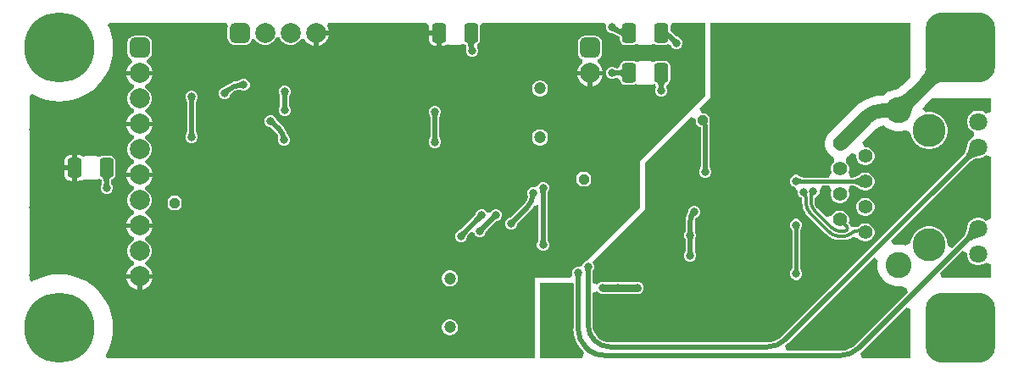
<source format=gtl>
G04*
G04 #@! TF.GenerationSoftware,Altium Limited,Altium Designer,22.11.1 (43)*
G04*
G04 Layer_Physical_Order=1*
G04 Layer_Color=255*
%FSLAX44Y44*%
%MOMM*%
G71*
G04*
G04 #@! TF.SameCoordinates,DE08DE9B-F6C2-4E1B-A14B-2B9FB2CCB798*
G04*
G04*
G04 #@! TF.FilePolarity,Positive*
G04*
G01*
G75*
%ADD10C,0.4000*%
%ADD22C,1.4000*%
%ADD28C,0.5000*%
%ADD29C,1.4000*%
%ADD30C,0.3000*%
G04:AMPARAMS|DCode=31|XSize=2mm|YSize=1.4mm|CornerRadius=0.35mm|HoleSize=0mm|Usage=FLASHONLY|Rotation=90.000|XOffset=0mm|YOffset=0mm|HoleType=Round|Shape=RoundedRectangle|*
%AMROUNDEDRECTD31*
21,1,2.0000,0.7000,0,0,90.0*
21,1,1.3000,1.4000,0,0,90.0*
1,1,0.7000,0.3500,0.6500*
1,1,0.7000,0.3500,-0.6500*
1,1,0.7000,-0.3500,-0.6500*
1,1,0.7000,-0.3500,0.6500*
%
%ADD31ROUNDEDRECTD31*%
%ADD32C,0.8000*%
G04:AMPARAMS|DCode=33|XSize=2mm|YSize=2mm|CornerRadius=0.5mm|HoleSize=0mm|Usage=FLASHONLY|Rotation=270.000|XOffset=0mm|YOffset=0mm|HoleType=Round|Shape=RoundedRectangle|*
%AMROUNDEDRECTD33*
21,1,2.0000,1.0000,0,0,270.0*
21,1,1.0000,2.0000,0,0,270.0*
1,1,1.0000,-0.5000,-0.5000*
1,1,1.0000,-0.5000,0.5000*
1,1,1.0000,0.5000,0.5000*
1,1,1.0000,0.5000,-0.5000*
%
%ADD33ROUNDEDRECTD33*%
%ADD34C,2.0000*%
%ADD35C,1.8000*%
%ADD36C,3.3000*%
%ADD37C,2.6000*%
%ADD38C,1.2000*%
G04:AMPARAMS|DCode=39|XSize=2mm|YSize=2mm|CornerRadius=0.5mm|HoleSize=0mm|Usage=FLASHONLY|Rotation=0.000|XOffset=0mm|YOffset=0mm|HoleType=Round|Shape=RoundedRectangle|*
%AMROUNDEDRECTD39*
21,1,2.0000,1.0000,0,0,0.0*
21,1,1.0000,2.0000,0,0,0.0*
1,1,1.0000,0.5000,-0.5000*
1,1,1.0000,-0.5000,-0.5000*
1,1,1.0000,-0.5000,0.5000*
1,1,1.0000,0.5000,0.5000*
%
%ADD39ROUNDEDRECTD39*%
G04:AMPARAMS|DCode=40|XSize=1mm|YSize=1mm|CornerRadius=0mm|HoleSize=0mm|Usage=FLASHONLY|Rotation=90.000|XOffset=0mm|YOffset=0mm|HoleType=Round|Shape=Octagon|*
%AMOCTAGOND40*
4,1,8,0.2500,0.5000,-0.2500,0.5000,-0.5000,0.2500,-0.5000,-0.2500,-0.2500,-0.5000,0.2500,-0.5000,0.5000,-0.2500,0.5000,0.2500,0.2500,0.5000,0.0*
%
%ADD40OCTAGOND40*%

%ADD41C,7.0000*%
G04:AMPARAMS|DCode=42|XSize=7mm|YSize=7mm|CornerRadius=1.75mm|HoleSize=0mm|Usage=FLASHONLY|Rotation=0.000|XOffset=0mm|YOffset=0mm|HoleType=Round|Shape=RoundedRectangle|*
%AMROUNDEDRECTD42*
21,1,7.0000,3.5000,0,0,0.0*
21,1,3.5000,7.0000,0,0,0.0*
1,1,3.5000,1.7500,-1.7500*
1,1,3.5000,-1.7500,-1.7500*
1,1,3.5000,-1.7500,1.7500*
1,1,3.5000,1.7500,1.7500*
%
%ADD42ROUNDEDRECTD42*%
G04:AMPARAMS|DCode=43|XSize=1mm|YSize=1mm|CornerRadius=0mm|HoleSize=0mm|Usage=FLASHONLY|Rotation=0.000|XOffset=0mm|YOffset=0mm|HoleType=Round|Shape=Octagon|*
%AMOCTAGOND43*
4,1,8,0.5000,-0.2500,0.5000,0.2500,0.2500,0.5000,-0.2500,0.5000,-0.5000,0.2500,-0.5000,-0.2500,-0.2500,-0.5000,0.2500,-0.5000,0.5000,-0.2500,0.0*
%
%ADD43OCTAGOND43*%

%ADD44C,0.8000*%
G36*
X605954Y351868D02*
X606164Y351474D01*
X606419Y351096D01*
X606720Y350735D01*
X607066Y350391D01*
X607458Y350063D01*
X607764Y349846D01*
X608274Y349678D01*
X609063Y349471D01*
X609758Y349347D01*
X610361Y349305D01*
X610872Y349346D01*
X611289Y349470D01*
X611614Y349677D01*
X611846Y349966D01*
X611985Y350338D01*
X612031Y350793D01*
Y340201D01*
X611983Y340699D01*
X611839Y341181D01*
X611600Y341646D01*
X611265Y342094D01*
X610834Y342526D01*
X610307Y342942D01*
X609684Y343341D01*
X608965Y343724D01*
X608151Y344091D01*
X607241Y344441D01*
X607293Y346339D01*
X606130Y344965D01*
X602261Y347009D01*
X605790Y352279D01*
X605954Y351868D01*
D02*
G37*
G36*
X658269Y345478D02*
X658503Y345365D01*
X658803Y345184D01*
X659169Y344932D01*
X660670Y343761D01*
X661303Y343232D01*
X657957Y339886D01*
X657951Y339837D01*
X657937Y339771D01*
X657919Y339720D01*
X657897Y339684D01*
X657870Y339664D01*
X657840Y339660D01*
X657806Y339670D01*
X657768Y339697D01*
X657957Y339886D01*
X657961Y339919D01*
X657967Y340016D01*
X657969Y340129D01*
Y345398D01*
X658002Y345494D01*
X658102Y345521D01*
X658269Y345478D01*
D02*
G37*
G36*
X663254Y341291D02*
X665025Y339747D01*
X665388Y339489D01*
X665718Y339281D01*
X666016Y339125D01*
X666282Y339021D01*
X666516Y338967D01*
X662033Y334484D01*
X661980Y334718D01*
X661875Y334984D01*
X661719Y335282D01*
X661511Y335612D01*
X661253Y335975D01*
X660583Y336796D01*
X659709Y337746D01*
X659196Y338269D01*
X662731Y341804D01*
X663254Y341291D01*
D02*
G37*
G36*
X465516Y335340D02*
X465093Y335178D01*
X464719Y334909D01*
X464396Y334531D01*
X464122Y334046D01*
X463898Y333452D01*
X463724Y332751D01*
X463677Y332447D01*
X463714Y332226D01*
X463835Y331715D01*
X463982Y331248D01*
X464157Y330825D01*
X464358Y330445D01*
X464585Y330109D01*
X464840Y329817D01*
X458546Y329017D01*
X458538Y330000D01*
X458500D01*
X458475Y331025D01*
X458400Y331942D01*
X458276Y332751D01*
X458102Y333452D01*
X457878Y334046D01*
X457604Y334531D01*
X457281Y334909D01*
X456908Y335178D01*
X456484Y335340D01*
X456012Y335394D01*
X465988D01*
X465516Y335340D01*
D02*
G37*
G36*
X935342Y295023D02*
X934242Y295798D01*
X932970Y296205D01*
X931528Y296242D01*
X929913Y295911D01*
X928128Y295211D01*
X926171Y294142D01*
X924042Y292705D01*
X921742Y290898D01*
X919271Y288723D01*
X916629Y286179D01*
X906468Y295817D01*
X909006Y298454D01*
X912961Y303199D01*
X914378Y305306D01*
X915420Y307237D01*
X916089Y308991D01*
X916384Y310569D01*
X916304Y311970D01*
X915851Y313194D01*
X915023Y314242D01*
X935342Y295023D01*
D02*
G37*
G36*
X216410Y355000D02*
X216450Y354976D01*
X218252Y352000D01*
X218180Y351827D01*
X217940Y350000D01*
Y340000D01*
X218180Y338173D01*
X218886Y336470D01*
X220008Y335008D01*
X221470Y333885D01*
X223173Y333180D01*
X225000Y332940D01*
X235000D01*
X236827Y333180D01*
X238530Y333885D01*
X239993Y335008D01*
X241115Y336470D01*
X241820Y338173D01*
X241857Y338457D01*
X244965Y339075D01*
X245798Y337632D01*
X248032Y335398D01*
X250768Y333818D01*
X253820Y333000D01*
X256980D01*
X260032Y333818D01*
X262768Y335398D01*
X265002Y337632D01*
X266534Y340285D01*
X266890Y340368D01*
X269310D01*
X269666Y340285D01*
X271198Y337632D01*
X273432Y335398D01*
X276168Y333818D01*
X279220Y333000D01*
X282380D01*
X285432Y333818D01*
X288168Y335398D01*
X290402Y337632D01*
X291258Y339114D01*
X291822Y339287D01*
X294608Y339078D01*
X295798Y337018D01*
X298218Y334598D01*
X301182Y332886D01*
X303700Y332211D01*
Y345000D01*
X306200D01*
Y347500D01*
X318989D01*
X318314Y350018D01*
X317170Y352000D01*
X318526Y355000D01*
X416667Y355000D01*
X417324Y354526D01*
X419010Y352000D01*
X418944Y351500D01*
Y347500D01*
X429000D01*
Y345000D01*
X431500D01*
Y331944D01*
X432500D01*
X434197Y332167D01*
X435778Y332822D01*
X438558Y333558D01*
X439220Y333116D01*
X440000Y332961D01*
X450000D01*
X450780Y333116D01*
X451442Y333558D01*
X454254Y333776D01*
X454833Y333667D01*
X455354Y333319D01*
X456021Y333186D01*
X456025Y333180D01*
X456152Y332844D01*
X456275Y332350D01*
X456374Y331704D01*
X456412Y331238D01*
Y329414D01*
X456442Y329261D01*
X456000Y328194D01*
Y325807D01*
X456913Y323601D01*
X458601Y321913D01*
X460807Y321000D01*
X463194D01*
X465399Y321913D01*
X467086Y323601D01*
X468000Y325807D01*
Y328194D01*
X467086Y330399D01*
X466985Y331074D01*
X467191Y333235D01*
X467263Y333419D01*
X467507Y333894D01*
X468465Y334535D01*
X469681Y336354D01*
X470108Y338500D01*
Y351500D01*
X470008Y352000D01*
X472110Y355000D01*
X593915D01*
X596000Y352193D01*
Y349807D01*
X596913Y347601D01*
X598601Y345914D01*
X600807Y345000D01*
X601698D01*
X605177Y343162D01*
X605335Y343115D01*
X606878Y342290D01*
X607816Y342006D01*
X608067Y341893D01*
X608652Y341581D01*
X609122Y341279D01*
X609475Y341001D01*
X609718Y340757D01*
X609865Y340561D01*
X609892Y340508D01*
Y338500D01*
X610319Y336354D01*
X611535Y334535D01*
X613354Y333319D01*
X615500Y332892D01*
X622500D01*
X624646Y333319D01*
X625167Y333667D01*
X625746Y333776D01*
X628558Y333558D01*
X629220Y333116D01*
X630000Y332961D01*
X640000D01*
X640780Y333116D01*
X641442Y333558D01*
X644254Y333776D01*
X644833Y333667D01*
X645354Y333319D01*
X647500Y332892D01*
X654500D01*
X656646Y333319D01*
X657081Y333610D01*
X657445Y333634D01*
X660478Y332603D01*
X660512Y332569D01*
X660913Y331601D01*
X662601Y329913D01*
X664807Y329000D01*
X667194D01*
X669399Y329913D01*
X671087Y331601D01*
X672000Y333806D01*
Y336194D01*
X671087Y338399D01*
X669399Y340087D01*
X667194Y341000D01*
X666832D01*
X666734Y341051D01*
X666522Y341184D01*
X666290Y341350D01*
X665113Y342376D01*
X662780Y344709D01*
X662780Y344709D01*
X662780Y344709D01*
X662713Y344754D01*
X660251Y346774D01*
X660108Y346851D01*
Y351500D01*
X660008Y352000D01*
X662110Y355000D01*
X695000D01*
X695000Y282000D01*
X630000Y217000D01*
Y170000D01*
X577000Y117000D01*
X576807D01*
X574601Y116087D01*
X572914Y114399D01*
X572022Y112247D01*
X569331Y110943D01*
X569193Y111000D01*
X566807D01*
X564601Y110086D01*
X562914Y108399D01*
X562000Y106194D01*
Y103806D01*
X562529Y102529D01*
X560000Y100000D01*
X525000D01*
Y20000D01*
X97481D01*
X96066Y22646D01*
X96432Y23193D01*
X99534Y29483D01*
X101788Y36123D01*
X103156Y43002D01*
X103615Y50000D01*
X103156Y56998D01*
X101788Y63877D01*
X99534Y70518D01*
X96432Y76807D01*
X92535Y82639D01*
X87911Y87911D01*
X82639Y92535D01*
X76807Y96432D01*
X70518Y99534D01*
X63877Y101788D01*
X56998Y103156D01*
X50000Y103615D01*
X43002Y103156D01*
X36123Y101788D01*
X29483Y99534D01*
X23193Y96432D01*
X22646Y96066D01*
X20000Y97481D01*
Y282519D01*
X22646Y283934D01*
X23193Y283568D01*
X29483Y280466D01*
X36123Y278212D01*
X43002Y276844D01*
X50000Y276385D01*
X56998Y276844D01*
X63877Y278212D01*
X70518Y280466D01*
X76807Y283568D01*
X82639Y287465D01*
X87911Y292089D01*
X92535Y297361D01*
X96432Y303193D01*
X99534Y309482D01*
X101788Y316124D01*
X103156Y323002D01*
X103615Y330000D01*
X103156Y336998D01*
X101788Y343876D01*
X99534Y350518D01*
X98579Y352452D01*
X100164Y355000D01*
X216410D01*
D02*
G37*
G36*
X909888Y279439D02*
X908304Y277808D01*
X904465Y273269D01*
X903490Y271873D01*
X902666Y270536D01*
X901994Y269257D01*
X901475Y268037D01*
X901107Y266876D01*
X900891Y265773D01*
X886323Y280341D01*
X887426Y280557D01*
X888587Y280925D01*
X889807Y281444D01*
X891086Y282116D01*
X892423Y282940D01*
X893819Y283915D01*
X896786Y286323D01*
X898358Y287754D01*
X899989Y289338D01*
X909888Y279439D01*
D02*
G37*
G36*
X900000Y300766D02*
X894151Y294917D01*
X892829Y293633D01*
X891523Y292443D01*
X888960Y290364D01*
X887992Y289687D01*
X887089Y289131D01*
X886344Y288740D01*
X885782Y288500D01*
X885428Y288388D01*
X884775Y288260D01*
X884511Y288172D01*
X884235Y288136D01*
X884128Y288091D01*
X881874Y287643D01*
X878053Y286060D01*
X874613Y283762D01*
X874612Y283761D01*
X873121Y282575D01*
X866782Y282076D01*
X860598Y280592D01*
X854723Y278158D01*
X849301Y274835D01*
X844466Y270706D01*
X844503Y270668D01*
X818942Y245108D01*
X818472Y244536D01*
X817949Y244012D01*
X817537Y243396D01*
X817068Y242824D01*
X816719Y242171D01*
X816307Y241555D01*
X816024Y240871D01*
X815675Y240218D01*
X815460Y239509D01*
X815176Y238825D01*
X815032Y238099D01*
X814817Y237390D01*
X814744Y236654D01*
X814600Y235927D01*
Y235187D01*
X814527Y234450D01*
X814600Y233713D01*
Y232973D01*
X814744Y232246D01*
X814817Y231509D01*
X815032Y230801D01*
X815176Y230075D01*
X815460Y229391D01*
X815675Y228682D01*
X816024Y228029D01*
X816307Y227345D01*
X816719Y226729D01*
X817068Y226076D01*
X817537Y225504D01*
X817949Y224888D01*
X818472Y224364D01*
X818942Y223792D01*
X819514Y223322D01*
X820038Y222799D01*
X820654Y222387D01*
X821226Y221918D01*
X821879Y221569D01*
X822495Y221157D01*
X822539Y221139D01*
X823469Y218189D01*
X823549Y217445D01*
X823423Y216076D01*
X823253Y215431D01*
X822398Y214576D01*
X821213Y212524D01*
X820600Y210235D01*
Y207865D01*
X821213Y205576D01*
X821299Y205428D01*
X818958Y200659D01*
X818680Y200428D01*
X792907D01*
X792725Y200443D01*
X792265Y200506D01*
X791845Y200592D01*
X791464Y200697D01*
X791121Y200821D01*
X790813Y200961D01*
X790536Y201116D01*
X790287Y201286D01*
X789988Y201533D01*
X789910Y201575D01*
X789399Y202087D01*
X787194Y203000D01*
X784807D01*
X782601Y202087D01*
X780913Y200399D01*
X780000Y198193D01*
Y195807D01*
X780913Y193601D01*
X782601Y191914D01*
X783516Y191534D01*
X784526Y191044D01*
X785737Y189159D01*
X787000Y186661D01*
X787000Y184806D01*
X787913Y182601D01*
X789601Y180914D01*
X791306Y180207D01*
X791995Y175492D01*
X792369Y171699D01*
X792655Y170756D01*
X793475Y168051D01*
X794807Y165559D01*
X795272Y164690D01*
X797690Y161743D01*
X797708Y161761D01*
X815442Y144027D01*
X815442Y144024D01*
X815422Y144003D01*
X818590Y141403D01*
X819218Y141067D01*
X822219Y139463D01*
X825475Y138476D01*
X826157Y138269D01*
X827707Y138116D01*
X828024Y138017D01*
X828025Y138017D01*
X828240Y137994D01*
X830236Y137866D01*
X834166Y137868D01*
X837152Y138261D01*
X838543Y138837D01*
X839935Y139413D01*
X841773Y140824D01*
X842778Y141084D01*
X843335Y141099D01*
X847798Y140024D01*
X849474Y138348D01*
X851526Y137163D01*
X853815Y136550D01*
X856185D01*
X858474Y137163D01*
X860526Y138348D01*
X862202Y140024D01*
X863387Y142076D01*
X864000Y144365D01*
Y146735D01*
X863387Y149024D01*
X862202Y151076D01*
X860526Y152752D01*
X858474Y153937D01*
X856185Y154550D01*
X853815D01*
X851526Y153937D01*
X849474Y152752D01*
X847901Y151179D01*
X845568Y150640D01*
X845531Y150632D01*
X845238Y150603D01*
X841198Y151078D01*
X839818Y152745D01*
X838891Y153954D01*
X838785Y154111D01*
X838265Y154632D01*
X838094Y154848D01*
X838031Y154940D01*
X838600Y157065D01*
Y159435D01*
X837987Y161724D01*
X836802Y163776D01*
X835126Y165452D01*
X833074Y166637D01*
X830785Y167250D01*
X828415D01*
X826126Y166637D01*
X824074Y165452D01*
X822398Y163776D01*
X821494Y162210D01*
X820398Y161590D01*
X815799Y160835D01*
X807128Y169506D01*
X807054Y169555D01*
X805491Y171592D01*
X804475Y174044D01*
X804326Y175175D01*
X804193Y180119D01*
X806399Y181033D01*
X808086Y182721D01*
X809000Y184926D01*
Y187272D01*
X809000Y187313D01*
X811810Y192174D01*
X811946Y192272D01*
X818680D01*
X818957Y192041D01*
X821299Y187272D01*
X821213Y187124D01*
X820600Y184835D01*
Y182465D01*
X821213Y180176D01*
X822398Y178124D01*
X824074Y176448D01*
X826126Y175263D01*
X828415Y174650D01*
X830785D01*
X833074Y175263D01*
X835126Y176448D01*
X836802Y178124D01*
X837987Y180176D01*
X838600Y182465D01*
Y184835D01*
X837987Y187124D01*
X837901Y187272D01*
X840242Y192041D01*
X840520Y192272D01*
X842176D01*
X842916Y192190D01*
X843726Y192039D01*
X844536Y191828D01*
X845350Y191553D01*
X846167Y191215D01*
X846989Y190810D01*
X847817Y190338D01*
X848649Y189797D01*
X849300Y189322D01*
X849474Y189148D01*
X851526Y187963D01*
X853815Y187350D01*
X856185D01*
X858474Y187963D01*
X860526Y189148D01*
X862202Y190824D01*
X863387Y192876D01*
X864000Y195165D01*
Y197535D01*
X863387Y199824D01*
X862202Y201876D01*
X860526Y203552D01*
X858474Y204737D01*
X856185Y205350D01*
X853815D01*
X851526Y204737D01*
X849474Y203552D01*
X849300Y203377D01*
X848649Y202903D01*
X847816Y202362D01*
X846990Y201890D01*
X846167Y201486D01*
X845350Y201147D01*
X844536Y200872D01*
X843726Y200661D01*
X842916Y200510D01*
X842176Y200428D01*
X840519D01*
X840242Y200659D01*
X837901Y205428D01*
X837987Y205576D01*
X838600Y207865D01*
Y210235D01*
X837987Y212524D01*
X836802Y214576D01*
X835947Y215431D01*
X835777Y216076D01*
X835651Y217445D01*
X835731Y218189D01*
X836661Y221139D01*
X836705Y221157D01*
X837321Y221569D01*
X837974Y221918D01*
X838546Y222387D01*
X839162Y222799D01*
X839686Y223322D01*
X840258Y223792D01*
X841345Y224879D01*
X844850Y223415D01*
X846000Y222463D01*
Y220565D01*
X846613Y218276D01*
X847798Y216224D01*
X849474Y214548D01*
X851526Y213363D01*
X853815Y212750D01*
X856185D01*
X858474Y213363D01*
X860526Y214548D01*
X862202Y216224D01*
X863387Y218276D01*
X864000Y220565D01*
Y222935D01*
X863387Y225224D01*
X862202Y227276D01*
X860526Y228952D01*
X858474Y230137D01*
X856185Y230750D01*
X854287D01*
X853335Y231900D01*
X851871Y235406D01*
X865818Y249353D01*
X865913Y249468D01*
X867940Y251024D01*
X870439Y252059D01*
X872972Y252392D01*
X873121Y252377D01*
X873374D01*
X874613Y251138D01*
X878053Y248840D01*
X881874Y247257D01*
X885932Y246450D01*
X890068D01*
X894126Y247257D01*
X895000Y247619D01*
X897950Y246267D01*
X900161Y244521D01*
X900711Y241754D01*
X902105Y238387D01*
X904130Y235357D01*
X906707Y232780D01*
X909737Y230756D01*
X913104Y229361D01*
X916678Y228650D01*
X920322D01*
X923896Y229361D01*
X927263Y230756D01*
X930293Y232780D01*
X932870Y235357D01*
X934894Y238387D01*
X936289Y241754D01*
X937000Y245328D01*
Y248972D01*
X936289Y252546D01*
X934894Y255913D01*
X932870Y258943D01*
X930293Y261520D01*
X927263Y263545D01*
X923896Y264939D01*
X920322Y265650D01*
X916678D01*
X914828Y265282D01*
X914826Y265284D01*
X912137Y269845D01*
X914286Y272385D01*
X915467Y273601D01*
X921866Y280000D01*
X980000D01*
Y266198D01*
X975000Y264356D01*
X974254Y265102D01*
X971746Y266550D01*
X968948Y267300D01*
X966052D01*
X963254Y266550D01*
X960746Y265102D01*
X958698Y263054D01*
X957250Y260546D01*
X956500Y257748D01*
Y254852D01*
X957250Y252054D01*
X958698Y249546D01*
X960746Y247498D01*
X962926Y246239D01*
X963254Y244499D01*
Y242701D01*
X962926Y240961D01*
X960746Y239702D01*
X958698Y237654D01*
X957250Y235146D01*
X956500Y232348D01*
Y231987D01*
X956339Y230954D01*
X956065Y229653D01*
X955732Y228421D01*
X955342Y227259D01*
X954894Y226164D01*
X954390Y225134D01*
X953830Y224169D01*
X953214Y223265D01*
X952581Y222469D01*
X771795Y41684D01*
X771678Y41508D01*
X768676Y39044D01*
X765067Y37115D01*
X761151Y35928D01*
X757286Y35547D01*
X757079Y35588D01*
X600000D01*
X599848Y35558D01*
X596594Y35878D01*
X593320Y36872D01*
X590301Y38485D01*
X587656Y40656D01*
X585485Y43301D01*
X583872Y46319D01*
X582878Y49594D01*
X582558Y52848D01*
X582588Y53000D01*
Y85185D01*
X586663Y86381D01*
X587588Y86427D01*
X587840Y86175D01*
X588174Y85674D01*
X588675Y85339D01*
X589101Y84913D01*
X589658Y84683D01*
X590159Y84348D01*
X590750Y84231D01*
X591307Y84000D01*
X591909D01*
X592500Y83883D01*
X627500D01*
X628091Y84000D01*
X628694D01*
X629250Y84231D01*
X629841Y84348D01*
X630342Y84683D01*
X630899Y84913D01*
X631325Y85339D01*
X631826Y85674D01*
X632160Y86175D01*
X632587Y86601D01*
X632817Y87158D01*
X633152Y87659D01*
X633270Y88250D01*
X633500Y88806D01*
Y89409D01*
X633618Y90000D01*
X633500Y90591D01*
Y91194D01*
X633270Y91750D01*
X633152Y92341D01*
X632817Y92842D01*
X632587Y93399D01*
X632160Y93825D01*
X631826Y94326D01*
X631325Y94661D01*
X630899Y95087D01*
X630342Y95317D01*
X629841Y95652D01*
X629250Y95769D01*
X628694Y96000D01*
X628091D01*
X627500Y96117D01*
X592500D01*
X591909Y96000D01*
X591307D01*
X590750Y95769D01*
X590159Y95652D01*
X589658Y95317D01*
X589101Y95087D01*
X588675Y94661D01*
X588174Y94326D01*
X587840Y93825D01*
X587588Y93573D01*
X586663Y93619D01*
X582588Y94815D01*
Y105586D01*
X582595Y105755D01*
X582690Y106683D01*
X582742Y106996D01*
X582798Y107240D01*
X582831Y107346D01*
X583087Y107601D01*
X584000Y109806D01*
Y112193D01*
X583087Y114399D01*
X582240Y115245D01*
X634762Y168886D01*
X634762Y215000D01*
X680681Y260918D01*
X685681Y258847D01*
Y254064D01*
X689181Y250564D01*
X690354D01*
X690412Y250477D01*
Y211414D01*
X690405Y211245D01*
X690311Y210317D01*
X690258Y210004D01*
X690202Y209760D01*
X690169Y209654D01*
X689913Y209399D01*
X689000Y207194D01*
Y204806D01*
X689913Y202601D01*
X691601Y200914D01*
X693807Y200000D01*
X696193D01*
X698399Y200914D01*
X700087Y202601D01*
X701000Y204806D01*
Y207194D01*
X700087Y209399D01*
X699831Y209654D01*
X699798Y209760D01*
X699742Y210004D01*
X699695Y210285D01*
X699588Y211843D01*
Y252135D01*
X699284Y253667D01*
X699681Y254064D01*
Y261064D01*
X696181Y264564D01*
X691397D01*
X689326Y269564D01*
X699762Y280000D01*
X700000Y355000D01*
X900000D01*
Y300766D01*
D02*
G37*
G36*
X968661Y221975D02*
X967187Y221746D01*
X965777Y221449D01*
X964430Y221085D01*
X963147Y220654D01*
X961928Y220155D01*
X960773Y219590D01*
X959682Y218957D01*
X958654Y218257D01*
X957690Y217489D01*
X956790Y216655D01*
X953255Y220190D01*
X954089Y221090D01*
X954857Y222054D01*
X955557Y223082D01*
X956190Y224173D01*
X956755Y225329D01*
X957254Y226547D01*
X957685Y227830D01*
X958049Y229177D01*
X958346Y230587D01*
X958575Y232061D01*
X968661Y221975D01*
D02*
G37*
G36*
X697507Y212389D02*
X697667Y210046D01*
X697741Y209607D01*
X697828Y209227D01*
X697929Y208906D01*
X698042Y208643D01*
X698170Y208440D01*
X691830D01*
X691958Y208643D01*
X692072Y208906D01*
X692172Y209227D01*
X692259Y209607D01*
X692333Y210046D01*
X692440Y211100D01*
X692493Y212389D01*
X692500Y213123D01*
X697500D01*
X697507Y212389D01*
D02*
G37*
G36*
X789059Y199655D02*
X789460Y199381D01*
X789891Y199140D01*
X790353Y198930D01*
X790845Y198753D01*
X791368Y198608D01*
X791922Y198495D01*
X792506Y198414D01*
X793120Y198366D01*
X793765Y198350D01*
X792996Y194350D01*
X792277Y194343D01*
X789926Y194173D01*
X789470Y194095D01*
X789067Y194003D01*
X788716Y193896D01*
X788418Y193776D01*
X788172Y193641D01*
X788689Y199961D01*
X789059Y199655D01*
D02*
G37*
G36*
X850730Y190803D02*
X849806Y191477D01*
X848878Y192080D01*
X847945Y192612D01*
X847008Y193073D01*
X846067Y193463D01*
X845121Y193783D01*
X844170Y194031D01*
X843215Y194208D01*
X842256Y194314D01*
X841292Y194350D01*
Y198350D01*
X842256Y198386D01*
X843215Y198492D01*
X844170Y198669D01*
X845121Y198918D01*
X846067Y199237D01*
X847008Y199627D01*
X847945Y200088D01*
X848878Y200620D01*
X849806Y201223D01*
X850730Y201897D01*
Y190803D01*
D02*
G37*
G36*
X803143Y182122D02*
X802943Y182101D01*
X802764Y182051D01*
X802606Y181974D01*
X802468Y181868D01*
X802352Y181735D01*
X802258Y181574D01*
X802184Y181385D01*
X802131Y181168D01*
X802099Y180923D01*
X802089Y180650D01*
X799089D01*
X799561Y184077D01*
X803143Y182122D01*
D02*
G37*
G36*
X796638Y184298D02*
X796632Y184164D01*
X796638Y183977D01*
X796686Y183443D01*
X797013Y181174D01*
X794089Y180228D01*
X794073Y180532D01*
X794024Y180809D01*
X793943Y181059D01*
X793830Y181281D01*
X793684Y181476D01*
X793507Y181642D01*
X793296Y181782D01*
X793054Y181894D01*
X792779Y181978D01*
X792472Y182035D01*
X796656Y184378D01*
X796638Y184298D01*
D02*
G37*
G36*
X980000Y221002D02*
Y158998D01*
X975000Y157156D01*
X974254Y157902D01*
X971746Y159350D01*
X968948Y160100D01*
X966052D01*
X963254Y159350D01*
X960746Y157902D01*
X958698Y155854D01*
X957250Y153346D01*
X956500Y150548D01*
Y150188D01*
X956339Y149154D01*
X956065Y147853D01*
X955732Y146621D01*
X955342Y145459D01*
X954894Y144364D01*
X954390Y143334D01*
X953830Y142369D01*
X953214Y141465D01*
X952581Y140669D01*
X941889Y129978D01*
X939720Y130443D01*
X937000Y132160D01*
Y134672D01*
X936289Y138246D01*
X934894Y141613D01*
X932870Y144643D01*
X930293Y147220D01*
X927263Y149244D01*
X923896Y150639D01*
X920322Y151350D01*
X916678D01*
X913104Y150639D01*
X909737Y149244D01*
X906707Y147220D01*
X904130Y144643D01*
X902105Y141613D01*
X900711Y138246D01*
X900161Y135479D01*
X897950Y133733D01*
X895000Y132381D01*
X894126Y132743D01*
X890068Y133550D01*
X885932D01*
X883158Y132998D01*
X880520Y137139D01*
X880451Y137362D01*
X959069Y215981D01*
X959865Y216614D01*
X960769Y217230D01*
X961734Y217790D01*
X962764Y218294D01*
X963859Y218742D01*
X965022Y219132D01*
X966253Y219465D01*
X967554Y219739D01*
X968587Y219900D01*
X968948D01*
X971746Y220650D01*
X974254Y222098D01*
X975000Y222844D01*
X980000Y221002D01*
D02*
G37*
G36*
X835896Y155131D02*
X835880Y154926D01*
X835907Y154703D01*
X835978Y154463D01*
X836092Y154205D01*
X836251Y153929D01*
X836453Y153636D01*
X836699Y153324D01*
X836989Y152995D01*
X837323Y152649D01*
X835201Y150527D01*
X834855Y150861D01*
X834214Y151397D01*
X833921Y151599D01*
X833645Y151758D01*
X833387Y151872D01*
X833147Y151943D01*
X832924Y151971D01*
X832719Y151954D01*
X832532Y151894D01*
X835956Y155318D01*
X835896Y155131D01*
D02*
G37*
G36*
X848015Y145100D02*
X847981Y145275D01*
X847907Y145421D01*
X847791Y145538D01*
X847634Y145626D01*
X847435Y145684D01*
X847195Y145713D01*
X846914Y145712D01*
X846591Y145683D01*
X846226Y145624D01*
X845820Y145536D01*
X845754Y148590D01*
X849135Y149372D01*
X848015Y145100D01*
D02*
G37*
G36*
X968661Y140175D02*
X967187Y139946D01*
X965777Y139649D01*
X964430Y139285D01*
X963147Y138854D01*
X961928Y138355D01*
X960773Y137790D01*
X959682Y137157D01*
X958654Y136457D01*
X957690Y135689D01*
X956790Y134855D01*
X953255Y138390D01*
X954089Y139290D01*
X954857Y140254D01*
X955557Y141282D01*
X956190Y142373D01*
X956755Y143528D01*
X957254Y144747D01*
X957685Y146030D01*
X958049Y147377D01*
X958346Y148787D01*
X958575Y150261D01*
X968661Y140175D01*
D02*
G37*
G36*
X581042Y108357D02*
X580929Y108094D01*
X580828Y107773D01*
X580741Y107393D01*
X580667Y106954D01*
X580560Y105900D01*
X580507Y104611D01*
X580500Y103877D01*
X575500D01*
X575493Y104611D01*
X575333Y106954D01*
X575259Y107393D01*
X575172Y107773D01*
X575071Y108094D01*
X574958Y108357D01*
X574830Y108560D01*
X581170D01*
X581042Y108357D01*
D02*
G37*
G36*
X955016Y125702D02*
X956500Y124540D01*
Y122252D01*
X957250Y119454D01*
X958698Y116946D01*
X960746Y114898D01*
X963254Y113450D01*
X966052Y112700D01*
X968948D01*
X971746Y113450D01*
X974254Y114898D01*
X975000Y115644D01*
X980000Y113802D01*
Y100000D01*
X931422D01*
X929508Y104619D01*
X951795Y126906D01*
X955016Y125702D01*
D02*
G37*
G36*
X571042Y102357D02*
X570929Y102094D01*
X570828Y101773D01*
X570741Y101393D01*
X570667Y100954D01*
X570560Y99900D01*
X570507Y98611D01*
X570500Y97878D01*
X565500D01*
X565493Y98611D01*
X565333Y100954D01*
X565259Y101393D01*
X565172Y101773D01*
X565071Y102094D01*
X564958Y102357D01*
X564830Y102560D01*
X571170D01*
X571042Y102357D01*
D02*
G37*
G36*
X863411Y120030D02*
X867552Y117392D01*
X867000Y114618D01*
Y110482D01*
X867807Y106425D01*
X869390Y102603D01*
X871688Y99163D01*
X874613Y96238D01*
X878053Y93940D01*
X881874Y92357D01*
X885932Y91550D01*
X890068D01*
X891835Y91901D01*
X896373Y88983D01*
X896942Y88128D01*
X897217Y85306D01*
X845095Y33184D01*
X844978Y33008D01*
X841976Y30544D01*
X838367Y28615D01*
X834451Y27427D01*
X830586Y27047D01*
X830379Y27088D01*
X776041D01*
X774631Y32088D01*
X774708Y32136D01*
X778287Y35192D01*
X778284Y35195D01*
X863188Y120099D01*
X863411Y120030D01*
D02*
G37*
G36*
X900000Y68579D02*
Y20000D01*
X851450D01*
X849606Y25000D01*
X851587Y26692D01*
X851584Y26695D01*
X895381Y70492D01*
X900000Y68579D01*
D02*
G37*
G36*
X562417Y95000D02*
X563412Y94594D01*
Y48993D01*
X563408D01*
X563777Y44301D01*
X563811Y44158D01*
X564876Y39725D01*
X566677Y35376D01*
X569059Y31489D01*
X569136Y31363D01*
X572192Y27785D01*
X574200Y24540D01*
X572034Y20000D01*
X530000D01*
Y95000D01*
X562417D01*
D02*
G37*
%LPC*%
G36*
X318989Y342500D02*
X308700D01*
Y332211D01*
X311218Y332886D01*
X314182Y334598D01*
X316603Y337018D01*
X318314Y339982D01*
X318989Y342500D01*
D02*
G37*
G36*
X426500Y342500D02*
X418944D01*
Y338500D01*
X419167Y336803D01*
X419822Y335222D01*
X420864Y333864D01*
X422222Y332822D01*
X423803Y332167D01*
X425500Y331944D01*
X426500D01*
Y342500D01*
D02*
G37*
G36*
X654500Y317108D02*
X647500D01*
X645354Y316681D01*
X644833Y316333D01*
X644254Y316224D01*
X641442Y316442D01*
X640780Y316884D01*
X640000Y317039D01*
X630000D01*
X629220Y316884D01*
X628558Y316442D01*
X625746Y316224D01*
X625167Y316333D01*
X624646Y316681D01*
X622500Y317108D01*
X615500D01*
X613354Y316681D01*
X611535Y315465D01*
X610319Y313646D01*
X609892Y311500D01*
Y310881D01*
X607627Y309781D01*
X607041Y309616D01*
X606317Y309690D01*
X606004Y309742D01*
X605760Y309798D01*
X605654Y309831D01*
X605399Y310087D01*
X603194Y311000D01*
X600807D01*
X598601Y310087D01*
X596913Y308399D01*
X596000Y306194D01*
Y303806D01*
X596913Y301601D01*
X598601Y299913D01*
X600807Y299000D01*
X603194D01*
X605399Y299913D01*
X605654Y300169D01*
X605760Y300202D01*
X606004Y300258D01*
X606285Y300305D01*
X607030Y300356D01*
X609892Y298500D01*
X610319Y296354D01*
X611535Y294535D01*
X613354Y293319D01*
X615500Y292892D01*
X622500D01*
X624646Y293319D01*
X625167Y293667D01*
X625746Y293776D01*
X628558Y293558D01*
X629220Y293116D01*
X630000Y292961D01*
X640000D01*
X640780Y293116D01*
X641442Y293558D01*
X644254Y293776D01*
X644833Y293667D01*
X645354Y293319D01*
X645364Y293286D01*
X645913Y290399D01*
X645000Y288193D01*
Y285807D01*
X645913Y283601D01*
X647601Y281914D01*
X649807Y281000D01*
X652194D01*
X654399Y281914D01*
X656087Y283601D01*
X657000Y285807D01*
Y288193D01*
X656087Y290399D01*
X656636Y293286D01*
X656646Y293319D01*
X658465Y294535D01*
X659681Y296354D01*
X660108Y298500D01*
Y311500D01*
X659681Y313646D01*
X658465Y315465D01*
X656646Y316681D01*
X654500Y317108D01*
D02*
G37*
G36*
X585000Y342060D02*
X575000D01*
X573173Y341820D01*
X571470Y341115D01*
X570008Y339992D01*
X568885Y338530D01*
X568180Y336827D01*
X567940Y335000D01*
Y325000D01*
X568180Y323173D01*
X568885Y321470D01*
X570008Y320008D01*
X571470Y318885D01*
X572211Y318578D01*
X572665Y315754D01*
X572575Y315324D01*
X572018Y315003D01*
X569597Y312582D01*
X567886Y309618D01*
X567211Y307100D01*
X580000D01*
X592789D01*
X592114Y309618D01*
X590403Y312582D01*
X587982Y315003D01*
X587425Y315324D01*
X587335Y315754D01*
X587789Y318578D01*
X588530Y318885D01*
X589992Y320008D01*
X591115Y321470D01*
X591820Y323173D01*
X592060Y325000D01*
Y335000D01*
X591820Y336827D01*
X591115Y338530D01*
X589992Y339992D01*
X588530Y341115D01*
X586827Y341820D01*
X585000Y342060D01*
D02*
G37*
G36*
X135000D02*
X125000D01*
X123173Y341820D01*
X121470Y341115D01*
X120007Y339992D01*
X118885Y338530D01*
X118180Y336827D01*
X117940Y335000D01*
Y325000D01*
X118180Y323173D01*
X118885Y321470D01*
X120007Y320008D01*
X121470Y318885D01*
X122211Y318578D01*
X122665Y315754D01*
X122576Y315324D01*
X122018Y315003D01*
X119597Y312582D01*
X117886Y309618D01*
X117211Y307100D01*
X130000D01*
X142789D01*
X142114Y309618D01*
X140403Y312582D01*
X137982Y315003D01*
X137424Y315324D01*
X137335Y315754D01*
X137789Y318578D01*
X138530Y318885D01*
X139993Y320008D01*
X141115Y321470D01*
X141820Y323173D01*
X142060Y325000D01*
Y335000D01*
X141820Y336827D01*
X141115Y338530D01*
X139993Y339992D01*
X138530Y341115D01*
X136827Y341820D01*
X135000Y342060D01*
D02*
G37*
G36*
X592789Y302100D02*
X582500D01*
Y291811D01*
X585018Y292486D01*
X587982Y294197D01*
X590403Y296618D01*
X592114Y299582D01*
X592789Y302100D01*
D02*
G37*
G36*
X577500D02*
X567211D01*
X567886Y299582D01*
X569597Y296618D01*
X572018Y294197D01*
X574982Y292486D01*
X577500Y291811D01*
Y302100D01*
D02*
G37*
G36*
X235194Y299000D02*
X232806D01*
X230601Y298087D01*
X230171Y297656D01*
X226324Y296661D01*
X226161Y296583D01*
X224253Y296124D01*
X219905Y294324D01*
X218098Y293217D01*
X218098Y293216D01*
X217979Y293143D01*
X217923Y293109D01*
X217733Y293038D01*
X217036Y292606D01*
X214391Y291000D01*
X213806D01*
X211601Y290086D01*
X209913Y288399D01*
X209000Y286194D01*
Y283806D01*
X209913Y281601D01*
X211601Y279913D01*
X213806Y279000D01*
X216194D01*
X218399Y279913D01*
X220087Y281601D01*
X221000Y283806D01*
Y283834D01*
X221091Y283986D01*
X221248Y284200D01*
X221454Y284434D01*
X221711Y284683D01*
X222001Y284926D01*
X222426Y285224D01*
X225533Y286885D01*
X228887Y287902D01*
X229128Y287941D01*
X229533Y287980D01*
X229891Y287990D01*
X230201Y287974D01*
X230465Y287937D01*
X230655Y287891D01*
X231064Y287722D01*
X231125Y287692D01*
X231158Y287683D01*
X232806Y287000D01*
X235194D01*
X237399Y287913D01*
X239086Y289601D01*
X240000Y291807D01*
Y294193D01*
X239086Y296399D01*
X237399Y298087D01*
X235194Y299000D01*
D02*
G37*
G36*
X531053Y297400D02*
X528947D01*
X526912Y296855D01*
X525088Y295802D01*
X523598Y294312D01*
X522545Y292488D01*
X522000Y290453D01*
Y288347D01*
X522545Y286312D01*
X523598Y284488D01*
X525088Y282998D01*
X526912Y281945D01*
X528947Y281400D01*
X531053D01*
X533088Y281945D01*
X534912Y282998D01*
X536402Y284488D01*
X537455Y286312D01*
X538000Y288347D01*
Y290453D01*
X537455Y292488D01*
X536402Y294312D01*
X534912Y295802D01*
X533088Y296855D01*
X531053Y297400D01*
D02*
G37*
G36*
X276194Y292000D02*
X273807D01*
X271601Y291087D01*
X269914Y289399D01*
X269000Y287194D01*
Y284806D01*
X269914Y282601D01*
X270169Y282346D01*
X270202Y282240D01*
X270258Y281996D01*
X270305Y281715D01*
X270412Y280157D01*
Y272914D01*
X270405Y272745D01*
X270311Y271817D01*
X270258Y271504D01*
X270202Y271260D01*
X270169Y271154D01*
X269914Y270899D01*
X269000Y268694D01*
Y266307D01*
X269914Y264101D01*
X271601Y262414D01*
X273807Y261500D01*
X276194D01*
X278399Y262414D01*
X280087Y264101D01*
X281000Y266307D01*
Y268694D01*
X280087Y270899D01*
X279831Y271154D01*
X279798Y271260D01*
X279742Y271504D01*
X279695Y271785D01*
X279588Y273343D01*
Y280586D01*
X279595Y280755D01*
X279690Y281683D01*
X279742Y281996D01*
X279798Y282240D01*
X279831Y282346D01*
X280087Y282601D01*
X281000Y284806D01*
Y287194D01*
X280087Y289399D01*
X278399Y291087D01*
X276194Y292000D01*
D02*
G37*
G36*
X142789Y302100D02*
X130000D01*
X117211D01*
X117886Y299582D01*
X119597Y296618D01*
X122018Y294197D01*
X124078Y293008D01*
X124287Y290222D01*
X124114Y289658D01*
X122632Y288802D01*
X120398Y286568D01*
X118818Y283832D01*
X118000Y280780D01*
Y277620D01*
X118818Y274568D01*
X120398Y271832D01*
X122632Y269598D01*
X124114Y268742D01*
X124287Y268178D01*
X124078Y265392D01*
X122018Y264203D01*
X119597Y261782D01*
X117886Y258818D01*
X117211Y256300D01*
X130000D01*
X142789D01*
X142114Y258818D01*
X140403Y261782D01*
X137982Y264203D01*
X135922Y265392D01*
X135713Y268178D01*
X135886Y268742D01*
X137368Y269598D01*
X139602Y271832D01*
X141182Y274568D01*
X142000Y277620D01*
Y280780D01*
X141182Y283832D01*
X139602Y286568D01*
X137368Y288802D01*
X135886Y289658D01*
X135713Y290222D01*
X135922Y293008D01*
X137982Y294197D01*
X140403Y296618D01*
X142114Y299582D01*
X142789Y302100D01*
D02*
G37*
G36*
X183193Y287000D02*
X180807D01*
X178601Y286087D01*
X176913Y284399D01*
X176000Y282194D01*
Y279806D01*
X176913Y277601D01*
X177169Y277346D01*
X177202Y277240D01*
X177258Y276996D01*
X177305Y276715D01*
X177412Y275157D01*
Y246414D01*
X177405Y246245D01*
X177311Y245317D01*
X177258Y245004D01*
X177202Y244760D01*
X177169Y244654D01*
X176913Y244399D01*
X176000Y242194D01*
Y239806D01*
X176913Y237601D01*
X178601Y235913D01*
X180807Y235000D01*
X183193D01*
X185399Y235913D01*
X187087Y237601D01*
X188000Y239806D01*
Y242194D01*
X187087Y244399D01*
X186831Y244654D01*
X186798Y244760D01*
X186742Y245004D01*
X186695Y245285D01*
X186588Y246843D01*
Y275586D01*
X186595Y275755D01*
X186689Y276683D01*
X186742Y276996D01*
X186798Y277240D01*
X186831Y277346D01*
X187087Y277601D01*
X188000Y279806D01*
Y282194D01*
X187087Y284399D01*
X185399Y286087D01*
X183193Y287000D01*
D02*
G37*
G36*
X531053Y248600D02*
X528947D01*
X526912Y248055D01*
X525088Y247002D01*
X523598Y245512D01*
X522545Y243688D01*
X522000Y241653D01*
Y239547D01*
X522545Y237512D01*
X523598Y235688D01*
X525088Y234198D01*
X526912Y233145D01*
X528947Y232600D01*
X531053D01*
X533088Y233145D01*
X534912Y234198D01*
X536402Y235688D01*
X537455Y237512D01*
X538000Y239547D01*
Y241653D01*
X537455Y243688D01*
X536402Y245512D01*
X534912Y247002D01*
X533088Y248055D01*
X531053Y248600D01*
D02*
G37*
G36*
X262194Y263000D02*
X259807D01*
X257601Y262087D01*
X255914Y260399D01*
X255000Y258193D01*
Y255807D01*
X255914Y253601D01*
X257601Y251914D01*
X259807Y251000D01*
X260168D01*
X260266Y250949D01*
X260478Y250816D01*
X260710Y250650D01*
X261887Y249624D01*
X266513Y244998D01*
X266516Y244996D01*
X266518Y244993D01*
X266634Y244916D01*
X268104Y243000D01*
X268107Y242995D01*
X268163Y242882D01*
X268451Y242187D01*
X268514Y241971D01*
X268571Y241668D01*
X268596Y241380D01*
X268590Y241098D01*
X268554Y240816D01*
X268487Y240528D01*
X268353Y240137D01*
X268335Y240002D01*
X268000Y239193D01*
Y236807D01*
X268913Y234601D01*
X270601Y232913D01*
X272806Y232000D01*
X275194D01*
X277399Y232913D01*
X279087Y234601D01*
X280000Y236807D01*
Y239193D01*
X279087Y241399D01*
X278141Y242344D01*
X277575Y243865D01*
X277140Y245301D01*
X276712Y246101D01*
X276690Y246168D01*
X276655Y246208D01*
X275377Y248599D01*
X273010Y251483D01*
X273004Y251490D01*
X273002Y251487D01*
X268072Y256416D01*
X267958Y256540D01*
X267369Y257263D01*
X267184Y257522D01*
X267051Y257735D01*
X267000Y257832D01*
Y258193D01*
X266087Y260399D01*
X264399Y262087D01*
X262194Y263000D01*
D02*
G37*
G36*
X426194Y272000D02*
X423806D01*
X421601Y271087D01*
X419913Y269399D01*
X419000Y267194D01*
Y264806D01*
X419913Y262601D01*
X420169Y262346D01*
X420202Y262240D01*
X420258Y261996D01*
X420305Y261715D01*
X420412Y260157D01*
Y241414D01*
X420405Y241245D01*
X420311Y240317D01*
X420258Y240004D01*
X420202Y239760D01*
X420169Y239654D01*
X419913Y239399D01*
X419000Y237194D01*
Y234806D01*
X419913Y232601D01*
X421601Y230914D01*
X423807Y230000D01*
X426194D01*
X428399Y230914D01*
X430087Y232601D01*
X431000Y234806D01*
Y237194D01*
X430087Y239399D01*
X429831Y239654D01*
X429798Y239760D01*
X429742Y240004D01*
X429695Y240285D01*
X429588Y241843D01*
Y260586D01*
X429595Y260755D01*
X429689Y261682D01*
X429742Y261997D01*
X429798Y262240D01*
X429831Y262346D01*
X430087Y262601D01*
X431000Y264806D01*
Y267194D01*
X430087Y269399D01*
X428399Y271087D01*
X426194Y272000D01*
D02*
G37*
G36*
X62500Y223056D02*
X61500D01*
X59803Y222833D01*
X58222Y222178D01*
X56864Y221136D01*
X55822Y219778D01*
X55167Y218197D01*
X54944Y216500D01*
Y212500D01*
X62500D01*
Y223056D01*
D02*
G37*
G36*
X142789Y251300D02*
X130000D01*
X117211D01*
X117886Y248782D01*
X119597Y245818D01*
X122018Y243397D01*
X124078Y242208D01*
X124287Y239422D01*
X124114Y238858D01*
X122632Y238002D01*
X120398Y235768D01*
X118818Y233032D01*
X118000Y229980D01*
Y226820D01*
X118818Y223768D01*
X120398Y221032D01*
X122632Y218798D01*
X124114Y217942D01*
X124287Y217378D01*
X124078Y214592D01*
X122018Y213403D01*
X119597Y210982D01*
X117886Y208018D01*
X117211Y205500D01*
X130000D01*
X142789D01*
X142114Y208018D01*
X140403Y210982D01*
X137982Y213403D01*
X135922Y214592D01*
X135713Y217378D01*
X135886Y217942D01*
X137368Y218798D01*
X139602Y221032D01*
X141182Y223768D01*
X142000Y226820D01*
Y229980D01*
X141182Y233032D01*
X139602Y235768D01*
X137368Y238002D01*
X135886Y238858D01*
X135713Y239422D01*
X135922Y242208D01*
X137982Y243397D01*
X140403Y245818D01*
X142114Y248782D01*
X142789Y251300D01*
D02*
G37*
G36*
X62500Y207500D02*
X54944D01*
Y203500D01*
X55167Y201803D01*
X55822Y200222D01*
X56864Y198864D01*
X58222Y197822D01*
X59803Y197167D01*
X61500Y196944D01*
X62500D01*
Y207500D01*
D02*
G37*
G36*
X577220Y205720D02*
X570220D01*
X566720Y202220D01*
Y195220D01*
X570220Y191720D01*
X577220D01*
X580720Y195220D01*
Y202220D01*
X577220Y205720D01*
D02*
G37*
G36*
X68500Y223056D02*
X67500D01*
Y210000D01*
Y196944D01*
X68500D01*
X70197Y197167D01*
X71778Y197822D01*
X74558Y198558D01*
X75220Y198116D01*
X76000Y197961D01*
X86000D01*
X86780Y198116D01*
X87442Y198558D01*
X90254Y198776D01*
X90833Y198667D01*
X91354Y198319D01*
X92022Y198186D01*
X92025Y198180D01*
X92152Y197844D01*
X92275Y197350D01*
X92374Y196704D01*
X92412Y196238D01*
Y195414D01*
X92405Y195245D01*
X92310Y194317D01*
X92258Y194004D01*
X92202Y193760D01*
X92169Y193654D01*
X91913Y193399D01*
X91000Y191194D01*
Y188806D01*
X91913Y186601D01*
X93601Y184913D01*
X95807Y184000D01*
X98194D01*
X100399Y184913D01*
X102087Y186601D01*
X103000Y188806D01*
Y191194D01*
X102087Y193399D01*
X101831Y193654D01*
X101798Y193760D01*
X101742Y194004D01*
X101695Y194285D01*
X101588Y195843D01*
Y196238D01*
X101626Y196704D01*
X101725Y197350D01*
X101848Y197844D01*
X101975Y198180D01*
X101979Y198186D01*
X102646Y198319D01*
X104465Y199535D01*
X105681Y201354D01*
X106108Y203500D01*
Y216500D01*
X105681Y218646D01*
X104465Y220465D01*
X102646Y221681D01*
X100500Y222108D01*
X93500D01*
X91354Y221681D01*
X90833Y221333D01*
X90254Y221224D01*
X87442Y221442D01*
X86780Y221884D01*
X86000Y222039D01*
X76000D01*
X75220Y221884D01*
X74558Y221442D01*
X71778Y222178D01*
X70197Y222833D01*
X68500Y223056D01*
D02*
G37*
G36*
X168500Y182000D02*
X161500D01*
X158000Y178500D01*
Y171500D01*
X161500Y168000D01*
X168500D01*
X172000Y171500D01*
Y178500D01*
X168500Y182000D01*
D02*
G37*
G36*
X487193Y169000D02*
X484807D01*
X482601Y168087D01*
X480913Y166399D01*
X480448Y165275D01*
X477228D01*
X476763Y166399D01*
X475075Y168087D01*
X472870Y169000D01*
X470483D01*
X468278Y168087D01*
X466590Y166399D01*
X465676Y164193D01*
Y163693D01*
X465668Y163647D01*
X465647Y163587D01*
X465578Y163437D01*
X465451Y163215D01*
X465266Y162935D01*
X465043Y162635D01*
X464326Y161815D01*
X451584Y149072D01*
X451460Y148958D01*
X450737Y148369D01*
X450478Y148184D01*
X450266Y148051D01*
X450168Y148000D01*
X449807D01*
X447601Y147086D01*
X445914Y145399D01*
X445000Y143194D01*
Y140807D01*
X445914Y138601D01*
X447601Y136913D01*
X449807Y136000D01*
X452193D01*
X454399Y136913D01*
X456087Y138601D01*
X457000Y140807D01*
Y141168D01*
X457051Y141266D01*
X457184Y141478D01*
X457350Y141710D01*
X458376Y142887D01*
X461087Y145598D01*
X461568Y145632D01*
X464450Y144719D01*
X464913Y143601D01*
X466601Y141913D01*
X468806Y141000D01*
X471194D01*
X473399Y141913D01*
X475087Y143601D01*
X476000Y145807D01*
Y146168D01*
X476051Y146266D01*
X476184Y146478D01*
X476350Y146710D01*
X477376Y147887D01*
X485416Y155928D01*
X485540Y156042D01*
X486263Y156631D01*
X486522Y156816D01*
X486735Y156949D01*
X486832Y157000D01*
X487193D01*
X489399Y157914D01*
X491087Y159601D01*
X492000Y161807D01*
Y164193D01*
X491087Y166399D01*
X489399Y168087D01*
X487193Y169000D01*
D02*
G37*
G36*
X142789Y200500D02*
X130000D01*
X117211D01*
X117886Y197982D01*
X119597Y195018D01*
X122018Y192597D01*
X124078Y191408D01*
X124287Y188622D01*
X124114Y188058D01*
X122632Y187202D01*
X120398Y184968D01*
X118818Y182232D01*
X118000Y179180D01*
Y176020D01*
X118818Y172968D01*
X120398Y170232D01*
X122632Y167998D01*
X124114Y167142D01*
X124287Y166578D01*
X124078Y163792D01*
X122018Y162603D01*
X119597Y160182D01*
X117886Y157218D01*
X117211Y154700D01*
X130000D01*
X142789D01*
X142114Y157218D01*
X140403Y160182D01*
X137982Y162603D01*
X135922Y163792D01*
X135713Y166578D01*
X135886Y167142D01*
X137368Y167998D01*
X139602Y170232D01*
X141182Y172968D01*
X142000Y176020D01*
Y179180D01*
X141182Y182232D01*
X139602Y184968D01*
X137368Y187202D01*
X135886Y188058D01*
X135713Y188622D01*
X135922Y191408D01*
X137982Y192597D01*
X140403Y195018D01*
X142114Y197982D01*
X142789Y200500D01*
D02*
G37*
G36*
X534193Y196000D02*
X531806D01*
X529601Y195087D01*
X527913Y193399D01*
X527581Y192597D01*
X526917Y191188D01*
X524193Y191000D01*
X521806D01*
X519601Y190087D01*
X517913Y188399D01*
X517000Y186194D01*
Y183806D01*
X517537Y182511D01*
X517570Y182362D01*
X517699Y182069D01*
X517765Y181861D01*
X517812Y181626D01*
X517839Y181357D01*
X517841Y181050D01*
X517815Y180704D01*
X517790Y180542D01*
X517148Y178424D01*
X515560Y175453D01*
X513517Y172964D01*
X513392Y172880D01*
X501584Y161072D01*
X501460Y160958D01*
X500737Y160369D01*
X500478Y160184D01*
X500266Y160051D01*
X500168Y160000D01*
X499807D01*
X497601Y159087D01*
X495913Y157399D01*
X495000Y155194D01*
Y152807D01*
X495913Y150601D01*
X497601Y148913D01*
X499807Y148000D01*
X502193D01*
X504399Y148913D01*
X506087Y150601D01*
X507000Y152807D01*
Y153168D01*
X507051Y153266D01*
X507184Y153478D01*
X507350Y153710D01*
X508376Y154887D01*
X519880Y166392D01*
X519908Y166364D01*
X523185Y170358D01*
X524072Y172018D01*
X527983Y172970D01*
X528412Y172675D01*
Y138414D01*
X528405Y138245D01*
X528311Y137317D01*
X528258Y137004D01*
X528202Y136760D01*
X528169Y136654D01*
X527914Y136399D01*
X527000Y134193D01*
Y131806D01*
X527914Y129601D01*
X529601Y127913D01*
X531807Y127000D01*
X534193D01*
X536399Y127913D01*
X538087Y129601D01*
X539000Y131806D01*
Y134193D01*
X538087Y136399D01*
X537831Y136654D01*
X537798Y136760D01*
X537742Y137004D01*
X537695Y137285D01*
X537588Y138843D01*
Y184586D01*
X537595Y184755D01*
X537690Y185683D01*
X537742Y185996D01*
X537798Y186240D01*
X537831Y186346D01*
X538087Y186601D01*
X539000Y188806D01*
Y191194D01*
X538087Y193399D01*
X536399Y195087D01*
X534193Y196000D01*
D02*
G37*
G36*
X142789Y149700D02*
X130000D01*
X117211D01*
X117886Y147182D01*
X119597Y144218D01*
X122018Y141797D01*
X124078Y140608D01*
X124287Y137822D01*
X124114Y137258D01*
X122632Y136402D01*
X120398Y134168D01*
X118818Y131432D01*
X118000Y128380D01*
Y125220D01*
X118818Y122168D01*
X120398Y119432D01*
X122632Y117198D01*
X124114Y116342D01*
X124287Y115778D01*
X124078Y112992D01*
X122018Y111803D01*
X119597Y109382D01*
X117886Y106418D01*
X117211Y103900D01*
X130000D01*
X142789D01*
X142114Y106418D01*
X140403Y109382D01*
X137982Y111803D01*
X135922Y112992D01*
X135713Y115778D01*
X135886Y116342D01*
X137368Y117198D01*
X139602Y119432D01*
X141182Y122168D01*
X142000Y125220D01*
Y128380D01*
X141182Y131432D01*
X139602Y134168D01*
X137368Y136402D01*
X135886Y137258D01*
X135713Y137822D01*
X135922Y140608D01*
X137982Y141797D01*
X140403Y144218D01*
X142114Y147182D01*
X142789Y149700D01*
D02*
G37*
G36*
X441053Y107400D02*
X438947D01*
X436912Y106855D01*
X435088Y105802D01*
X433598Y104312D01*
X432545Y102488D01*
X432000Y100453D01*
Y98347D01*
X432545Y96312D01*
X433598Y94488D01*
X435088Y92998D01*
X436912Y91945D01*
X438947Y91400D01*
X441053D01*
X443088Y91945D01*
X444912Y92998D01*
X446402Y94488D01*
X447455Y96312D01*
X448000Y98347D01*
Y100453D01*
X447455Y102488D01*
X446402Y104312D01*
X444912Y105802D01*
X443088Y106855D01*
X441053Y107400D01*
D02*
G37*
G36*
X142789Y98900D02*
X132500D01*
Y88611D01*
X135018Y89286D01*
X137982Y90997D01*
X140403Y93418D01*
X142114Y96382D01*
X142789Y98900D01*
D02*
G37*
G36*
X127500D02*
X117211D01*
X117886Y96382D01*
X119597Y93418D01*
X122018Y90997D01*
X124982Y89286D01*
X127500Y88611D01*
Y98900D01*
D02*
G37*
G36*
X441053Y58600D02*
X438947D01*
X436912Y58055D01*
X435088Y57002D01*
X433598Y55512D01*
X432545Y53688D01*
X432000Y51653D01*
Y49547D01*
X432545Y47512D01*
X433598Y45688D01*
X435088Y44198D01*
X436912Y43145D01*
X438947Y42600D01*
X441053D01*
X443088Y43145D01*
X444912Y44198D01*
X446402Y45688D01*
X447455Y47512D01*
X448000Y49547D01*
Y51653D01*
X447455Y53688D01*
X446402Y55512D01*
X444912Y57002D01*
X443088Y58055D01*
X441053Y58600D01*
D02*
G37*
%LPD*%
G36*
X612031Y300000D02*
X611981Y300475D01*
X611830Y300900D01*
X611578Y301275D01*
X611226Y301600D01*
X610773Y301875D01*
X610220Y302100D01*
X609566Y302275D01*
X608811Y302400D01*
X608029Y302469D01*
X606045Y302333D01*
X605607Y302259D01*
X605227Y302172D01*
X604906Y302071D01*
X604643Y301958D01*
X604440Y301830D01*
Y308170D01*
X604643Y308042D01*
X604906Y307929D01*
X605227Y307828D01*
X605607Y307741D01*
X606045Y307667D01*
X607100Y307560D01*
X607952Y307525D01*
X607956Y307525D01*
X608811Y307600D01*
X609566Y307725D01*
X610220Y307900D01*
X610773Y308125D01*
X611226Y308400D01*
X611578Y308725D01*
X611830Y309100D01*
X611981Y309525D01*
X612031Y310000D01*
Y300000D01*
D02*
G37*
G36*
X655516Y295340D02*
X655092Y295178D01*
X654719Y294909D01*
X654396Y294531D01*
X654122Y294046D01*
X653898Y293452D01*
X653724Y292751D01*
X653604Y291971D01*
X653667Y291045D01*
X653741Y290607D01*
X653828Y290227D01*
X653929Y289906D01*
X654042Y289643D01*
X654170Y289440D01*
X647830Y289440D01*
X647958Y289643D01*
X648071Y289906D01*
X648172Y290227D01*
X648259Y290607D01*
X648333Y291046D01*
X648411Y291815D01*
X648400Y291942D01*
X648276Y292751D01*
X648102Y293452D01*
X647878Y294046D01*
X647604Y294531D01*
X647281Y294909D01*
X646908Y295178D01*
X646485Y295340D01*
X646012Y295394D01*
X655988D01*
X655516Y295340D01*
D02*
G37*
G36*
X232025Y289521D02*
X231661Y289701D01*
X231268Y289841D01*
X230846Y289943D01*
X230395Y290006D01*
X229915Y290031D01*
X229405Y290017D01*
X228867Y289964D01*
X228300Y289873D01*
X227703Y289743D01*
X227078Y289575D01*
X226835Y294687D01*
X231145Y295802D01*
X232025Y289521D01*
D02*
G37*
G36*
X222286Y287554D02*
X221728Y287224D01*
X220757Y286545D01*
X220343Y286197D01*
X219978Y285842D01*
X219660Y285482D01*
X219390Y285116D01*
X219168Y284743D01*
X218994Y284365D01*
X218868Y283981D01*
X214992Y289000D01*
X215049Y289023D01*
X215178Y289092D01*
X218101Y290867D01*
X218807Y291304D01*
X222286Y287554D01*
D02*
G37*
G36*
X278042Y283357D02*
X277929Y283094D01*
X277828Y282773D01*
X277741Y282393D01*
X277668Y281954D01*
X277560Y280900D01*
X277507Y279611D01*
X277500Y278878D01*
X272500D01*
X272493Y279611D01*
X272333Y281954D01*
X272259Y282393D01*
X272172Y282773D01*
X272071Y283094D01*
X271958Y283357D01*
X271830Y283560D01*
X278170D01*
X278042Y283357D01*
D02*
G37*
G36*
X277507Y273889D02*
X277668Y271546D01*
X277741Y271107D01*
X277828Y270727D01*
X277929Y270406D01*
X278042Y270143D01*
X278170Y269940D01*
X271830D01*
X271958Y270143D01*
X272071Y270406D01*
X272172Y270727D01*
X272259Y271107D01*
X272333Y271546D01*
X272440Y272600D01*
X272493Y273889D01*
X272500Y274622D01*
X277500D01*
X277507Y273889D01*
D02*
G37*
G36*
X185042Y278357D02*
X184928Y278094D01*
X184828Y277773D01*
X184741Y277393D01*
X184667Y276954D01*
X184560Y275900D01*
X184507Y274611D01*
X184500Y273878D01*
X179500D01*
X179493Y274611D01*
X179333Y276954D01*
X179259Y277393D01*
X179172Y277773D01*
X179071Y278094D01*
X178958Y278357D01*
X178830Y278560D01*
X185170D01*
X185042Y278357D01*
D02*
G37*
G36*
X184507Y247389D02*
X184667Y245046D01*
X184741Y244607D01*
X184828Y244227D01*
X184928Y243906D01*
X185042Y243643D01*
X185170Y243440D01*
X178830D01*
X178958Y243643D01*
X179071Y243906D01*
X179172Y244227D01*
X179259Y244607D01*
X179333Y245046D01*
X179440Y246100D01*
X179493Y247389D01*
X179500Y248123D01*
X184500D01*
X184507Y247389D01*
D02*
G37*
G36*
X265021Y257282D02*
X265126Y257016D01*
X265282Y256718D01*
X265489Y256388D01*
X265747Y256026D01*
X266416Y255204D01*
X267290Y254254D01*
X267804Y253731D01*
X264269Y250196D01*
X263745Y250709D01*
X261975Y252253D01*
X261612Y252512D01*
X261282Y252719D01*
X260984Y252875D01*
X260718Y252980D01*
X260484Y253033D01*
X264967Y257516D01*
X265021Y257282D01*
D02*
G37*
G36*
X276388Y241209D02*
X270282Y239476D01*
X270450Y239964D01*
X270564Y240455D01*
X270627Y240949D01*
X270637Y241445D01*
X270594Y241944D01*
X270499Y242446D01*
X270352Y242951D01*
X270153Y243458D01*
X269901Y243968D01*
X269597Y244481D01*
X274919Y245156D01*
X276388Y241209D01*
D02*
G37*
G36*
X428042Y263357D02*
X427929Y263094D01*
X427828Y262773D01*
X427741Y262393D01*
X427667Y261954D01*
X427560Y260900D01*
X427507Y259611D01*
X427500Y258878D01*
X422500Y258877D01*
X422493Y259611D01*
X422333Y261954D01*
X422259Y262393D01*
X422172Y262773D01*
X422071Y263094D01*
X421958Y263357D01*
X421830Y263560D01*
X428170Y263560D01*
X428042Y263357D01*
D02*
G37*
G36*
X427507Y242390D02*
X427667Y240046D01*
X427741Y239607D01*
X427828Y239227D01*
X427929Y238906D01*
X428042Y238643D01*
X428170Y238440D01*
X421830Y238440D01*
X421958Y238643D01*
X422071Y238906D01*
X422172Y239227D01*
X422259Y239607D01*
X422333Y240046D01*
X422440Y241100D01*
X422493Y242389D01*
X422500Y243123D01*
X427500Y243123D01*
X427507Y242390D01*
D02*
G37*
G36*
X101516Y200340D02*
X101093Y200178D01*
X100719Y199909D01*
X100396Y199531D01*
X100122Y199046D01*
X99898Y198452D01*
X99724Y197751D01*
X99600Y196942D01*
X99529Y196070D01*
X99667Y194046D01*
X99741Y193607D01*
X99828Y193227D01*
X99929Y192906D01*
X100042Y192643D01*
X100170Y192440D01*
X93830D01*
X93958Y192643D01*
X94072Y192906D01*
X94172Y193227D01*
X94259Y193607D01*
X94333Y194046D01*
X94440Y195100D01*
X94476Y195979D01*
X94475Y196025D01*
X94401Y196942D01*
X94276Y197751D01*
X94102Y198452D01*
X93878Y199046D01*
X93604Y199531D01*
X93281Y199909D01*
X92907Y200178D01*
X92485Y200340D01*
X92012Y200394D01*
X101988D01*
X101516Y200340D01*
D02*
G37*
G36*
X486516Y159033D02*
X486282Y158980D01*
X486016Y158875D01*
X485718Y158719D01*
X485388Y158511D01*
X485025Y158253D01*
X484204Y157584D01*
X483255Y156709D01*
X482731Y156196D01*
X479196Y159731D01*
X479710Y160254D01*
X481253Y162026D01*
X481511Y162388D01*
X481718Y162718D01*
X481875Y163016D01*
X481979Y163282D01*
X482033Y163516D01*
X486516Y159033D01*
D02*
G37*
G36*
X472306Y159050D02*
X472116Y158996D01*
X471888Y158891D01*
X471622Y158734D01*
X471319Y158524D01*
X470600Y157949D01*
X469730Y157166D01*
X468709Y156174D01*
X464914Y159449D01*
X465419Y159966D01*
X466632Y161355D01*
X466935Y161763D01*
X467188Y162145D01*
X467391Y162500D01*
X467543Y162828D01*
X467645Y163129D01*
X467697Y163403D01*
X472306Y159050D01*
D02*
G37*
G36*
X476804Y150269D02*
X476291Y149746D01*
X474747Y147975D01*
X474489Y147612D01*
X474281Y147282D01*
X474125Y146984D01*
X474021Y146718D01*
X473967Y146484D01*
X469484Y150967D01*
X469718Y151020D01*
X469984Y151125D01*
X470282Y151281D01*
X470612Y151489D01*
X470975Y151747D01*
X471796Y152416D01*
X472746Y153291D01*
X473269Y153804D01*
X476804Y150269D01*
D02*
G37*
G36*
X457804Y145269D02*
X457290Y144746D01*
X455747Y142975D01*
X455489Y142612D01*
X455281Y142282D01*
X455125Y141984D01*
X455020Y141718D01*
X454967Y141484D01*
X450484Y145967D01*
X450718Y146020D01*
X450984Y146125D01*
X451282Y146281D01*
X451612Y146489D01*
X451974Y146747D01*
X452796Y147416D01*
X453745Y148291D01*
X454269Y148804D01*
X457804Y145269D01*
D02*
G37*
G36*
X536042Y187357D02*
X535929Y187094D01*
X535828Y186773D01*
X535741Y186393D01*
X535667Y185954D01*
X535560Y184900D01*
X535507Y183611D01*
X535500Y182878D01*
X530500Y182878D01*
X530493Y183611D01*
X530333Y185954D01*
X530259Y186393D01*
X530172Y186773D01*
X530071Y187094D01*
X529958Y187357D01*
X529830Y187560D01*
X536170Y187560D01*
X536042Y187357D01*
D02*
G37*
G36*
X525671Y182022D02*
X524409Y177810D01*
X519261Y178209D01*
X519470Y178809D01*
X519637Y179386D01*
X519761Y179940D01*
X519842Y180472D01*
X519881Y180980D01*
X519877Y181467D01*
X519831Y181930D01*
X519742Y182371D01*
X519610Y182789D01*
X519436Y183184D01*
X525671Y182022D01*
D02*
G37*
G36*
X507804Y157269D02*
X507290Y156746D01*
X505747Y154974D01*
X505489Y154612D01*
X505281Y154282D01*
X505125Y153984D01*
X505020Y153718D01*
X504967Y153484D01*
X500484Y157967D01*
X500718Y158020D01*
X500984Y158125D01*
X501282Y158281D01*
X501612Y158489D01*
X501974Y158747D01*
X502796Y159416D01*
X503745Y160291D01*
X504269Y160804D01*
X507804Y157269D01*
D02*
G37*
G36*
X535507Y139389D02*
X535667Y137046D01*
X535741Y136607D01*
X535828Y136227D01*
X535929Y135906D01*
X536042Y135643D01*
X536170Y135440D01*
X529830Y135440D01*
X529958Y135643D01*
X530071Y135906D01*
X530172Y136227D01*
X530259Y136607D01*
X530333Y137045D01*
X530440Y138100D01*
X530493Y139389D01*
X530500Y140122D01*
X535500Y140122D01*
X535507Y139389D01*
D02*
G37*
%LPC*%
G36*
X856185Y179950D02*
X853815D01*
X851526Y179337D01*
X849474Y178152D01*
X847798Y176476D01*
X846613Y174424D01*
X846000Y172135D01*
Y169765D01*
X846613Y167476D01*
X847798Y165424D01*
X849474Y163748D01*
X851526Y162563D01*
X853815Y161950D01*
X856185D01*
X858474Y162563D01*
X860526Y163748D01*
X862202Y165424D01*
X863387Y167476D01*
X864000Y169765D01*
Y172135D01*
X863387Y174424D01*
X862202Y176476D01*
X860526Y178152D01*
X858474Y179337D01*
X856185Y179950D01*
D02*
G37*
G36*
X685193Y172000D02*
X682807D01*
X680601Y171087D01*
X678913Y169399D01*
X678000Y167194D01*
Y165756D01*
X677508Y164649D01*
X676801Y163325D01*
X676543Y162475D01*
X676494Y162364D01*
X676457Y162202D01*
X676385Y162053D01*
X676377Y161929D01*
X675763Y159902D01*
X675413Y156346D01*
X675412Y156343D01*
Y147914D01*
X675405Y147745D01*
X675311Y146817D01*
X675258Y146504D01*
X675202Y146260D01*
X675169Y146154D01*
X674913Y145899D01*
X674000Y143694D01*
Y141306D01*
X674913Y139101D01*
X675169Y138846D01*
X675202Y138740D01*
X675258Y138496D01*
X675305Y138215D01*
X675412Y136657D01*
Y127914D01*
X675405Y127745D01*
X675311Y126818D01*
X675258Y126504D01*
X675202Y126260D01*
X675169Y126154D01*
X674913Y125899D01*
X674000Y123694D01*
Y121306D01*
X674913Y119101D01*
X676601Y117414D01*
X678807Y116500D01*
X681193D01*
X683399Y117414D01*
X685087Y119101D01*
X686000Y121306D01*
Y123694D01*
X685087Y125899D01*
X684831Y126154D01*
X684798Y126260D01*
X684742Y126504D01*
X684695Y126785D01*
X684588Y128343D01*
Y137086D01*
X684595Y137255D01*
X684689Y138183D01*
X684742Y138496D01*
X684798Y138740D01*
X684831Y138846D01*
X685087Y139101D01*
X686000Y141306D01*
Y143694D01*
X685087Y145899D01*
X684831Y146154D01*
X684798Y146260D01*
X684742Y146504D01*
X684695Y146785D01*
X684588Y148343D01*
Y156343D01*
X684565Y156461D01*
X684846Y158595D01*
X684880Y158708D01*
X685011Y159036D01*
X685159Y159323D01*
X685322Y159574D01*
X685503Y159796D01*
X685704Y159995D01*
X685931Y160177D01*
X686191Y160343D01*
X686574Y160538D01*
X686663Y160609D01*
X687399Y160913D01*
X689087Y162601D01*
X690000Y164806D01*
Y167194D01*
X689087Y169399D01*
X687399Y171087D01*
X685193Y172000D01*
D02*
G37*
G36*
X787194Y159000D02*
X784807D01*
X782601Y158087D01*
X780913Y156399D01*
X780000Y154193D01*
Y151806D01*
X780913Y149601D01*
X781238Y149277D01*
X781313Y149167D01*
X781418Y148975D01*
X781525Y148731D01*
X781627Y148432D01*
X781721Y148080D01*
X781803Y147673D01*
X781867Y147236D01*
X781922Y146505D01*
Y110495D01*
X781867Y109764D01*
X781803Y109327D01*
X781721Y108920D01*
X781627Y108568D01*
X781525Y108269D01*
X781418Y108025D01*
X781313Y107833D01*
X781238Y107723D01*
X780913Y107399D01*
X780000Y105194D01*
Y102807D01*
X780913Y100601D01*
X782601Y98913D01*
X784807Y98000D01*
X787194D01*
X789399Y98913D01*
X791087Y100601D01*
X792000Y102807D01*
Y105194D01*
X791087Y107399D01*
X790762Y107723D01*
X790687Y107833D01*
X790582Y108025D01*
X790475Y108269D01*
X790373Y108568D01*
X790279Y108920D01*
X790197Y109327D01*
X790133Y109764D01*
X790078Y110495D01*
Y146505D01*
X790133Y147236D01*
X790197Y147673D01*
X790279Y148080D01*
X790373Y148432D01*
X790475Y148731D01*
X790582Y148975D01*
X790687Y149167D01*
X790762Y149277D01*
X791087Y149601D01*
X792000Y151806D01*
Y154193D01*
X791087Y156399D01*
X789399Y158087D01*
X787194Y159000D01*
D02*
G37*
%LPD*%
G36*
X685647Y162355D02*
X685175Y162114D01*
X684741Y161836D01*
X684346Y161520D01*
X683990Y161167D01*
X683673Y160777D01*
X683394Y160350D01*
X683154Y159885D01*
X682953Y159382D01*
X682791Y158843D01*
X682667Y158266D01*
X678357Y161536D01*
X680053Y165353D01*
X685647Y162355D01*
D02*
G37*
G36*
X682507Y148889D02*
X682667Y146546D01*
X682741Y146107D01*
X682828Y145727D01*
X682929Y145406D01*
X683042Y145143D01*
X683170Y144940D01*
X676830D01*
X676958Y145143D01*
X677072Y145406D01*
X677172Y145727D01*
X677259Y146107D01*
X677333Y146546D01*
X677440Y147600D01*
X677493Y148889D01*
X677500Y149622D01*
X682500D01*
X682507Y148889D01*
D02*
G37*
G36*
X683042Y139857D02*
X682929Y139594D01*
X682828Y139273D01*
X682741Y138893D01*
X682667Y138454D01*
X682560Y137400D01*
X682507Y136111D01*
X682500Y135378D01*
X677500D01*
X677493Y136111D01*
X677333Y138454D01*
X677259Y138893D01*
X677172Y139273D01*
X677072Y139594D01*
X676958Y139857D01*
X676830Y140060D01*
X683170D01*
X683042Y139857D01*
D02*
G37*
G36*
X682507Y128889D02*
X682667Y126546D01*
X682741Y126107D01*
X682828Y125727D01*
X682929Y125406D01*
X683042Y125143D01*
X683170Y124940D01*
X676830D01*
X676958Y125143D01*
X677072Y125406D01*
X677172Y125727D01*
X677259Y126107D01*
X677333Y126546D01*
X677440Y127600D01*
X677493Y128889D01*
X677500Y129622D01*
X682500D01*
X682507Y128889D01*
D02*
G37*
G36*
X788947Y150236D02*
X788749Y149873D01*
X788573Y149470D01*
X788421Y149027D01*
X788292Y148544D01*
X788187Y148022D01*
X788105Y147460D01*
X788012Y146217D01*
X788000Y145536D01*
X784000D01*
X783988Y146217D01*
X783895Y147460D01*
X783813Y148022D01*
X783708Y148544D01*
X783579Y149027D01*
X783427Y149470D01*
X783251Y149873D01*
X783053Y150236D01*
X782830Y150560D01*
X789170D01*
X788947Y150236D01*
D02*
G37*
G36*
X788012Y110783D02*
X788105Y109540D01*
X788187Y108978D01*
X788292Y108456D01*
X788421Y107973D01*
X788573Y107530D01*
X788749Y107127D01*
X788947Y106764D01*
X789170Y106440D01*
X782830D01*
X783053Y106764D01*
X783251Y107127D01*
X783427Y107530D01*
X783579Y107973D01*
X783708Y108456D01*
X783813Y108978D01*
X783895Y109540D01*
X783988Y110783D01*
X784000Y111464D01*
X788000D01*
X788012Y110783D01*
D02*
G37*
D10*
X787569Y196350D02*
G03*
X786000Y197000I-2280J-3286D01*
G01*
Y197000D02*
X786000Y197000D01*
X787569Y196350D02*
X855000Y196350D01*
X786000Y197000D02*
X786000Y197000D01*
Y104000D02*
Y153000D01*
D22*
X829600Y234450D02*
D03*
X855000Y221750D02*
D03*
X829600Y209050D02*
D03*
X855000Y196350D02*
D03*
X829600Y183650D02*
D03*
X855000Y170950D02*
D03*
X829600Y158250D02*
D03*
X855000Y145550D02*
D03*
D28*
X233521Y293000D02*
G03*
X215560Y285560I0J-25400D01*
G01*
X684000Y166000D02*
G03*
X680000Y156343I9657J-9657D01*
G01*
X757079Y31000D02*
G03*
X775040Y38440I0J25400D01*
G01*
X830379Y22500D02*
G03*
X848339Y29939I0J25400D01*
G01*
X659536Y341465D02*
G03*
X651000Y345000I-8536J-8536D01*
G01*
X602000Y351000D02*
G03*
X616485Y345000I14485J14485D01*
G01*
X461000Y329414D02*
G03*
X462000Y327000I3414J0D01*
G01*
X516636Y169636D02*
G03*
X523000Y185000I-15364J15364D01*
G01*
X269762Y248238D02*
G03*
X269757Y248243I-10248J-10238D01*
G01*
X273868Y239949D02*
G03*
X269762Y248238I-14354J-1949D01*
G01*
X274000Y238000D02*
G03*
X273868Y239949I-14485J0D01*
G01*
X578000Y53000D02*
G03*
X600000Y31000I22000J-0D01*
G01*
X568000Y48993D02*
G03*
X575439Y31032I25400J0D01*
G01*
X579197Y27274D02*
G03*
X594021Y22500I14824J20626D01*
G01*
X233521Y293000D02*
X234000D01*
X215000Y285000D02*
X215560Y285560D01*
X680000Y142500D02*
Y156343D01*
X775040Y38440D02*
X967500Y230900D01*
X600000Y31000D02*
X757079D01*
X848339Y29939D02*
X967500Y149100D01*
X594021Y22500D02*
X830379D01*
X651000Y287000D02*
X651000Y287000D01*
Y305000D01*
X659536Y341465D02*
X666000Y335000D01*
X602000Y305000D02*
X619000D01*
X616485Y345000D02*
X619000D01*
X461000Y329414D02*
Y345000D01*
X97000Y190000D02*
Y210000D01*
X470000Y147000D02*
X486000Y163000D01*
X470858Y162182D02*
X471676Y163000D01*
X451000Y142000D02*
X470858Y161858D01*
Y162182D01*
X501000Y154000D02*
X516636Y169636D01*
X425000Y236000D02*
X425000Y236000D01*
X425000Y266000D02*
X425000Y266000D01*
Y236000D02*
Y266000D01*
X261000Y257000D02*
X269757Y248243D01*
X182000Y241000D02*
Y281000D01*
X533000Y133000D02*
Y190000D01*
X533000Y190000D02*
X533000Y190000D01*
Y133000D02*
X533000Y133000D01*
X275000Y267500D02*
Y286000D01*
X695000Y206000D02*
Y252135D01*
X694145Y252990D02*
X695000Y252135D01*
X692681Y257564D02*
X694145Y256099D01*
Y252990D02*
Y256099D01*
X680000Y122500D02*
Y142500D01*
X568000Y48993D02*
Y105000D01*
X578000Y53000D02*
Y111000D01*
X575439Y31032D02*
X579197Y27274D01*
D29*
X873121Y267450D02*
G03*
X855161Y260011I0J-25400D01*
G01*
X949612Y329062D02*
G03*
X950000Y330000I-940J938D01*
G01*
X949611Y329061D02*
G03*
X949612Y329062I-939J939D01*
G01*
X873121Y267450D02*
X888000D01*
X949611Y329061D02*
X949612Y329062D01*
X888000Y267450D02*
X949611Y329061D01*
X829600Y234450D02*
X855161Y260011D01*
D30*
X855000Y145550D02*
G03*
X850711Y147327I-4289J-4289D01*
G01*
X848269D02*
G03*
X839811Y143823I0J-11961D01*
G01*
X834166Y141467D02*
G03*
X839779Y143792I0J7938D01*
G01*
X817965Y146551D02*
G03*
X828402Y141565I12287J12305D01*
G01*
X828619Y141542D02*
G03*
X830236Y141467I1617J17276D01*
G01*
X793000Y186000D02*
G03*
X793957Y183690I3266J0D01*
G01*
X795589Y180228D02*
G03*
X794294Y183353I-4419J0D01*
G01*
X795589Y175492D02*
G03*
X800231Y164284I15851J0D01*
G01*
X837141Y149467D02*
G03*
X836262Y151588I-3000J0D01*
G01*
X834141Y146467D02*
G03*
X836262Y147345I0J3000D01*
G01*
X821491Y150095D02*
G03*
X830252Y146467I8760J8760D01*
G01*
X802043Y183810D02*
G03*
X803000Y186119I-2310J2310D01*
G01*
X801089Y182617D02*
G03*
X800589Y180650I3616J-1966D01*
G01*
X801793Y183559D02*
G03*
X801089Y182617I2912J-2909D01*
G01*
X801794Y183561D02*
G03*
X801793Y183559I2911J-2911D01*
G01*
X800589Y176677D02*
G03*
X804604Y166982I13710J0D01*
G01*
X836262Y147345D02*
G03*
X837141Y149467I-2121J2121D01*
G01*
X848269Y147327D02*
X850711D01*
X839779Y143792D02*
X839811Y143823D01*
X828402Y141565D02*
X828619Y141542D01*
X830236Y141467D02*
X834166D01*
X793957Y183690D02*
X794294Y183353D01*
X795589Y175492D02*
Y180228D01*
X800231Y164284D02*
X817965Y146551D01*
X829600Y158250D02*
X836262Y151588D01*
X804604Y166982D02*
X821491Y150095D01*
X830252Y146467D02*
X834141D01*
X801794Y183561D02*
X802043Y183810D01*
X801793Y183559D02*
X801794Y183561D01*
X800589Y176677D02*
Y180650D01*
D31*
X651000Y345000D02*
D03*
X619000D02*
D03*
X651000Y305000D02*
D03*
X619000D02*
D03*
X461000Y345000D02*
D03*
X429000D02*
D03*
X97000Y210000D02*
D03*
X65000D02*
D03*
D32*
X592500Y90000D02*
X607500D01*
X627500D01*
D33*
X580000Y330000D02*
D03*
X130000D02*
D03*
D34*
X580000Y304600D02*
D03*
X130000D02*
D03*
Y253800D02*
D03*
Y228400D02*
D03*
Y279200D02*
D03*
Y177600D02*
D03*
Y152200D02*
D03*
Y203000D02*
D03*
Y126800D02*
D03*
Y101400D02*
D03*
X255400Y345000D02*
D03*
X306200D02*
D03*
X280800D02*
D03*
D35*
X967500Y230900D02*
D03*
Y256300D02*
D03*
Y149100D02*
D03*
Y123700D02*
D03*
D36*
X918500Y247150D02*
D03*
Y132850D02*
D03*
D37*
X888000Y267450D02*
D03*
Y112550D02*
D03*
D38*
X530000Y240600D02*
D03*
Y289400D02*
D03*
X440000Y50600D02*
D03*
Y99400D02*
D03*
D39*
X230000Y345000D02*
D03*
D40*
X573720Y198720D02*
D03*
X743000Y56000D02*
D03*
X692681Y257564D02*
D03*
X255000Y210000D02*
D03*
D41*
X50000Y50000D02*
D03*
Y330000D02*
D03*
D42*
X950000D02*
D03*
Y50000D02*
D03*
D43*
X165000Y175000D02*
D03*
D44*
X629715Y235589D02*
D03*
X530000Y316000D02*
D03*
Y216000D02*
D03*
X440000Y24000D02*
D03*
X305000Y291000D02*
D03*
X360000Y313000D02*
D03*
X310000Y216000D02*
D03*
X744000Y160000D02*
D03*
X695000Y163000D02*
D03*
X809000Y144000D02*
D03*
X691000Y324000D02*
D03*
X666000Y351000D02*
D03*
X871000Y295000D02*
D03*
X852000Y282000D02*
D03*
X891000Y298000D02*
D03*
X896000Y319000D02*
D03*
X878000Y345000D02*
D03*
X792000Y351000D02*
D03*
X744000D02*
D03*
Y309000D02*
D03*
X792000D02*
D03*
X704000Y324000D02*
D03*
X951000Y119000D02*
D03*
X958000Y105000D02*
D03*
X936000Y104000D02*
D03*
X889000Y39000D02*
D03*
X860000Y25000D02*
D03*
X895000D02*
D03*
X932000Y152000D02*
D03*
X941000Y136000D02*
D03*
X909000Y225000D02*
D03*
X976000Y195000D02*
D03*
Y168000D02*
D03*
X952000Y155000D02*
D03*
X963000Y212000D02*
D03*
X941000Y191000D02*
D03*
X892000Y241000D02*
D03*
X932000Y227000D02*
D03*
X949000Y226000D02*
D03*
X957000Y244000D02*
D03*
X942000Y250000D02*
D03*
X928000Y205000D02*
D03*
X898000Y208000D02*
D03*
X914000Y191000D02*
D03*
X899000Y176000D02*
D03*
X910000Y160000D02*
D03*
X927000Y177000D02*
D03*
X894000Y139000D02*
D03*
X862000Y158000D02*
D03*
X844000D02*
D03*
X829000Y32000D02*
D03*
X854000Y104000D02*
D03*
X812000Y61000D02*
D03*
X867000Y64000D02*
D03*
X849000Y44000D02*
D03*
X832000Y67000D02*
D03*
X791000Y36000D02*
D03*
Y67000D02*
D03*
X770000Y49000D02*
D03*
X824000Y102000D02*
D03*
X832000Y133000D02*
D03*
X795000Y118000D02*
D03*
X850000Y127000D02*
D03*
X783000Y228000D02*
D03*
X807000Y241000D02*
D03*
Y209000D02*
D03*
X828000Y262000D02*
D03*
X796000Y286000D02*
D03*
X744000D02*
D03*
X705000Y280000D02*
D03*
X663000Y236000D02*
D03*
X681000Y226000D02*
D03*
X679000Y252000D02*
D03*
X744000Y246000D02*
D03*
Y229000D02*
D03*
Y182000D02*
D03*
X786000Y197000D02*
D03*
X793000Y186000D02*
D03*
X803000Y186119D02*
D03*
X786000Y104000D02*
D03*
Y153000D02*
D03*
X730000Y40000D02*
D03*
X333000Y121000D02*
D03*
X651000Y287000D02*
D03*
X666000Y335000D02*
D03*
X602000Y305000D02*
D03*
Y351000D02*
D03*
X476000Y340000D02*
D03*
X560000D02*
D03*
X387000Y339000D02*
D03*
X413000Y333000D02*
D03*
X462000Y299000D02*
D03*
Y327000D02*
D03*
X104000Y351000D02*
D03*
X82000Y281000D02*
D03*
X60000Y272000D02*
D03*
X92000Y91000D02*
D03*
X24000Y248000D02*
D03*
Y170000D02*
D03*
Y103000D02*
D03*
X65000Y192000D02*
D03*
X97000Y190000D02*
D03*
X550000Y244000D02*
D03*
X510000D02*
D03*
X550000Y286000D02*
D03*
X472000Y199000D02*
D03*
X463000Y244000D02*
D03*
X471000Y232000D02*
D03*
X469000Y269000D02*
D03*
X448000Y281000D02*
D03*
X610480Y218276D02*
D03*
X560000Y202000D02*
D03*
X537000Y201000D02*
D03*
X144000Y81000D02*
D03*
X413000Y308000D02*
D03*
X263000Y235000D02*
D03*
X197000Y166000D02*
D03*
X270000Y194000D02*
D03*
X460000Y55000D02*
D03*
X420000D02*
D03*
X460000Y96000D02*
D03*
X375000Y93000D02*
D03*
X454000Y121000D02*
D03*
X420000Y96000D02*
D03*
X412000Y121000D02*
D03*
X379000D02*
D03*
X367000Y63000D02*
D03*
X338000D02*
D03*
X108000Y44000D02*
D03*
X144000Y64000D02*
D03*
X247000Y61000D02*
D03*
X219000Y63000D02*
D03*
X206000Y48000D02*
D03*
X188000D02*
D03*
X135000Y25000D02*
D03*
X175000D02*
D03*
X215000D02*
D03*
X255000D02*
D03*
X295000D02*
D03*
X335000D02*
D03*
X375000D02*
D03*
X290000Y44000D02*
D03*
X269000Y62000D02*
D03*
X311000Y63000D02*
D03*
X415000Y24000D02*
D03*
X465000D02*
D03*
X516000D02*
D03*
X521000Y71000D02*
D03*
X758000Y67000D02*
D03*
X569000Y24000D02*
D03*
X550000Y265000D02*
D03*
X510000D02*
D03*
X460000Y75000D02*
D03*
X420000D02*
D03*
X239000Y257000D02*
D03*
X215000Y285000D02*
D03*
X234000Y293000D02*
D03*
X471676Y163000D02*
D03*
X451000Y142000D02*
D03*
X427000Y192000D02*
D03*
X523000Y185000D02*
D03*
X489000Y122000D02*
D03*
X425000Y266000D02*
D03*
X489000Y218000D02*
D03*
X182000Y241000D02*
D03*
Y281000D02*
D03*
X274000Y238000D02*
D03*
X533000Y190000D02*
D03*
X533500Y116000D02*
D03*
X486000Y163000D02*
D03*
X501000Y154000D02*
D03*
X470000Y147000D02*
D03*
X261000Y257000D02*
D03*
X510000Y286000D02*
D03*
X489000Y312000D02*
D03*
X401000Y290000D02*
D03*
X380000Y200000D02*
D03*
X379000Y281000D02*
D03*
X390000Y222000D02*
D03*
X399000Y351000D02*
D03*
X310000Y272000D02*
D03*
X330000Y326000D02*
D03*
X305000Y310000D02*
D03*
X275000Y286000D02*
D03*
X286000Y285000D02*
D03*
X275000Y267500D02*
D03*
X220000Y325000D02*
D03*
X254000Y166000D02*
D03*
X321000Y200000D02*
D03*
X425000Y236000D02*
D03*
X446000Y205000D02*
D03*
X437000Y269000D02*
D03*
X695000Y206000D02*
D03*
X705000Y54000D02*
D03*
X541000Y71000D02*
D03*
X673000Y40000D02*
D03*
X677500Y72500D02*
D03*
X555000Y53000D02*
D03*
X592500Y90000D02*
D03*
X649000Y52000D02*
D03*
X545000Y35000D02*
D03*
X627500Y90000D02*
D03*
X641000Y40000D02*
D03*
X601000D02*
D03*
X505000Y52500D02*
D03*
X607500Y90000D02*
D03*
X737000Y95000D02*
D03*
X684000Y166000D02*
D03*
X658000Y192000D02*
D03*
X680000Y142500D02*
D03*
Y122500D02*
D03*
X669600Y187521D02*
D03*
X723000Y95000D02*
D03*
X631000Y157000D02*
D03*
X610000D02*
D03*
X595000Y175000D02*
D03*
X578000Y111000D02*
D03*
X615000Y141000D02*
D03*
X617000Y125000D02*
D03*
X625000Y172000D02*
D03*
X640000Y209000D02*
D03*
X568000Y105000D02*
D03*
X595000Y142000D02*
D03*
X599000Y125000D02*
D03*
X645000Y138000D02*
D03*
Y165000D02*
D03*
Y125000D02*
D03*
X632000D02*
D03*
X533000Y133000D02*
D03*
X481000Y28000D02*
D03*
X783000Y268000D02*
D03*
X744000D02*
D03*
X604865Y251756D02*
D03*
M02*

</source>
